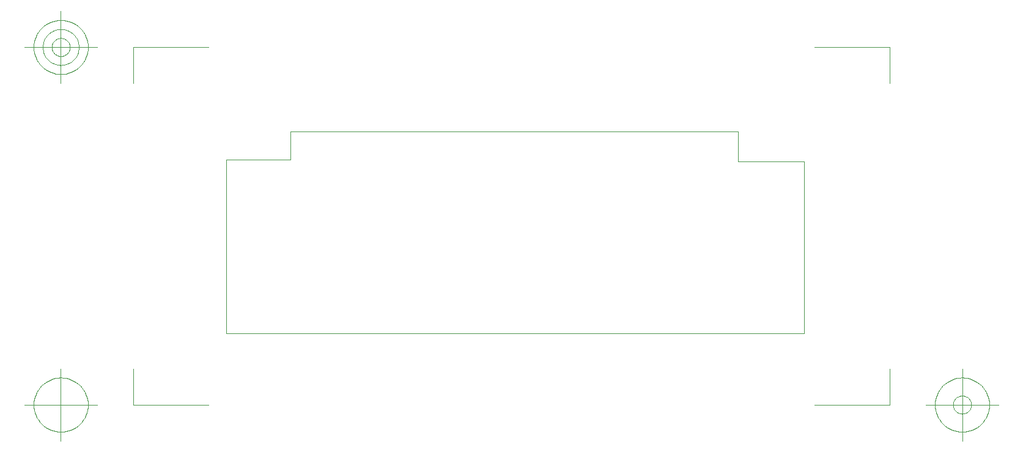
<source format=gbr>
G04 Generated by Ultiboard *
%FSLAX25Y25*%
%MOMM*%

%ADD10C,0.00100*%
%ADD11C,0.10000*%


%LNBoard Outline*%
%LPD*%
%FSLAX25Y25*%
%MOMM*%
G54D10*
X4800000Y0D02*
X0Y0D01*
X0Y2380000D02*
X0Y10000D01*
X0Y0D02*
X0Y10000D01*
X810000Y2400000D02*
X0Y2400000D01*
X0Y2380000D02*
X0Y2400000D01*
X7900000Y0D02*
X4800000Y0D01*
X7980000Y0D02*
X7900000Y0D01*
X7980000Y0D02*
X8000000Y0D01*
X8000000Y2380000D02*
X8000000Y0D01*
X3990000Y2790000D02*
X7090000Y2790000D01*
X890000Y2790000D02*
X3990000Y2790000D01*
X810000Y2400000D02*
X890000Y2400000D01*
X890000Y2790000D02*
X890000Y2400000D01*
X7980000Y2380000D02*
X8000000Y2380000D01*
X7090000Y2380000D02*
X7900000Y2380000D01*
X7090000Y2790000D02*
X7090000Y2380000D01*
X7980000Y2380000D02*
X7900000Y2380000D01*
G54D11*
X-1290000Y-990000D02*
X-1290000Y-495000D01*
X-1290000Y-990000D02*
X-242000Y-990000D01*
X9190000Y-990000D02*
X8142000Y-990000D01*
X9190000Y-990000D02*
X9190000Y-495000D01*
X9190000Y3960000D02*
X9190000Y3465000D01*
X9190000Y3960000D02*
X8142000Y3960000D01*
X-1290000Y3960000D02*
X-242000Y3960000D01*
X-1290000Y3960000D02*
X-1290000Y3465000D01*
X-1790000Y-990000D02*
X-2790000Y-990000D01*
X-2290000Y-1490000D02*
X-2290000Y-490000D01*
X-1915000Y-990000D02*
X-1916806Y-953244D01*
X-1916806Y-953244D02*
X-1922206Y-916841D01*
X-1922206Y-916841D02*
X-1931147Y-881143D01*
X-1931147Y-881143D02*
X-1943545Y-846494D01*
X-1943545Y-846494D02*
X-1959280Y-813226D01*
X-1959280Y-813226D02*
X-1978199Y-781661D01*
X-1978199Y-781661D02*
X-2000121Y-752103D01*
X-2000121Y-752103D02*
X-2024835Y-724835D01*
X-2024835Y-724835D02*
X-2052103Y-700121D01*
X-2052103Y-700121D02*
X-2081661Y-678199D01*
X-2081661Y-678199D02*
X-2113226Y-659280D01*
X-2113226Y-659280D02*
X-2146494Y-643545D01*
X-2146494Y-643545D02*
X-2181143Y-631147D01*
X-2181143Y-631147D02*
X-2216841Y-622206D01*
X-2216841Y-622206D02*
X-2253244Y-616806D01*
X-2253244Y-616806D02*
X-2290000Y-615000D01*
X-2290000Y-615000D02*
X-2326756Y-616806D01*
X-2326756Y-616806D02*
X-2363159Y-622206D01*
X-2363159Y-622206D02*
X-2398857Y-631147D01*
X-2398857Y-631147D02*
X-2433506Y-643545D01*
X-2433506Y-643545D02*
X-2466774Y-659280D01*
X-2466774Y-659280D02*
X-2498339Y-678199D01*
X-2498339Y-678199D02*
X-2527897Y-700121D01*
X-2527897Y-700121D02*
X-2555165Y-724835D01*
X-2555165Y-724835D02*
X-2579879Y-752103D01*
X-2579879Y-752103D02*
X-2601801Y-781661D01*
X-2601801Y-781661D02*
X-2620720Y-813226D01*
X-2620720Y-813226D02*
X-2636455Y-846494D01*
X-2636455Y-846494D02*
X-2648853Y-881143D01*
X-2648853Y-881143D02*
X-2657794Y-916841D01*
X-2657794Y-916841D02*
X-2663194Y-953244D01*
X-2663194Y-953244D02*
X-2665000Y-990000D01*
X-2665000Y-990000D02*
X-2663194Y-1026756D01*
X-2663194Y-1026756D02*
X-2657794Y-1063159D01*
X-2657794Y-1063159D02*
X-2648853Y-1098857D01*
X-2648853Y-1098857D02*
X-2636455Y-1133506D01*
X-2636455Y-1133506D02*
X-2620720Y-1166774D01*
X-2620720Y-1166774D02*
X-2601801Y-1198339D01*
X-2601801Y-1198339D02*
X-2579879Y-1227897D01*
X-2579879Y-1227897D02*
X-2555165Y-1255165D01*
X-2555165Y-1255165D02*
X-2527897Y-1279879D01*
X-2527897Y-1279879D02*
X-2498339Y-1301801D01*
X-2498339Y-1301801D02*
X-2466774Y-1320720D01*
X-2466774Y-1320720D02*
X-2433506Y-1336455D01*
X-2433506Y-1336455D02*
X-2398857Y-1348853D01*
X-2398857Y-1348853D02*
X-2363159Y-1357794D01*
X-2363159Y-1357794D02*
X-2326756Y-1363194D01*
X-2326756Y-1363194D02*
X-2290000Y-1365000D01*
X-2290000Y-1365000D02*
X-2253244Y-1363194D01*
X-2253244Y-1363194D02*
X-2216841Y-1357794D01*
X-2216841Y-1357794D02*
X-2181143Y-1348853D01*
X-2181143Y-1348853D02*
X-2146494Y-1336455D01*
X-2146494Y-1336455D02*
X-2113226Y-1320720D01*
X-2113226Y-1320720D02*
X-2081661Y-1301801D01*
X-2081661Y-1301801D02*
X-2052103Y-1279879D01*
X-2052103Y-1279879D02*
X-2024835Y-1255165D01*
X-2024835Y-1255165D02*
X-2000121Y-1227897D01*
X-2000121Y-1227897D02*
X-1978199Y-1198339D01*
X-1978199Y-1198339D02*
X-1959280Y-1166774D01*
X-1959280Y-1166774D02*
X-1943545Y-1133506D01*
X-1943545Y-1133506D02*
X-1931147Y-1098857D01*
X-1931147Y-1098857D02*
X-1922206Y-1063159D01*
X-1922206Y-1063159D02*
X-1916806Y-1026756D01*
X-1916806Y-1026756D02*
X-1915000Y-990000D01*
X9690000Y-990000D02*
X10690000Y-990000D01*
X10190000Y-1490000D02*
X10190000Y-490000D01*
X10565000Y-990000D02*
X10563194Y-953244D01*
X10563194Y-953244D02*
X10557795Y-916841D01*
X10557795Y-916841D02*
X10548853Y-881143D01*
X10548853Y-881143D02*
X10536455Y-846494D01*
X10536455Y-846494D02*
X10520721Y-813226D01*
X10520721Y-813226D02*
X10501801Y-781661D01*
X10501801Y-781661D02*
X10479879Y-752103D01*
X10479879Y-752103D02*
X10455165Y-724835D01*
X10455165Y-724835D02*
X10427898Y-700121D01*
X10427898Y-700121D02*
X10398339Y-678199D01*
X10398339Y-678199D02*
X10366774Y-659280D01*
X10366774Y-659280D02*
X10333506Y-643545D01*
X10333506Y-643545D02*
X10298857Y-631147D01*
X10298857Y-631147D02*
X10263159Y-622206D01*
X10263159Y-622206D02*
X10226757Y-616806D01*
X10226757Y-616806D02*
X10190000Y-615000D01*
X10190000Y-615000D02*
X10153244Y-616806D01*
X10153244Y-616806D02*
X10116841Y-622206D01*
X10116841Y-622206D02*
X10081143Y-631147D01*
X10081143Y-631147D02*
X10046494Y-643545D01*
X10046494Y-643545D02*
X10013226Y-659280D01*
X10013226Y-659280D02*
X9981661Y-678199D01*
X9981661Y-678199D02*
X9952103Y-700121D01*
X9952103Y-700121D02*
X9924835Y-724835D01*
X9924835Y-724835D02*
X9900121Y-752103D01*
X9900121Y-752103D02*
X9878199Y-781661D01*
X9878199Y-781661D02*
X9859280Y-813226D01*
X9859280Y-813226D02*
X9843545Y-846494D01*
X9843545Y-846494D02*
X9831148Y-881143D01*
X9831148Y-881143D02*
X9822206Y-916841D01*
X9822206Y-916841D02*
X9816806Y-953244D01*
X9816806Y-953244D02*
X9815000Y-990000D01*
X9815000Y-990000D02*
X9816806Y-1026756D01*
X9816806Y-1026756D02*
X9822206Y-1063159D01*
X9822206Y-1063159D02*
X9831148Y-1098857D01*
X9831148Y-1098857D02*
X9843545Y-1133506D01*
X9843545Y-1133506D02*
X9859280Y-1166774D01*
X9859280Y-1166774D02*
X9878199Y-1198339D01*
X9878199Y-1198339D02*
X9900121Y-1227897D01*
X9900121Y-1227897D02*
X9924835Y-1255165D01*
X9924835Y-1255165D02*
X9952103Y-1279879D01*
X9952103Y-1279879D02*
X9981661Y-1301801D01*
X9981661Y-1301801D02*
X10013226Y-1320720D01*
X10013226Y-1320720D02*
X10046494Y-1336455D01*
X10046494Y-1336455D02*
X10081143Y-1348853D01*
X10081143Y-1348853D02*
X10116841Y-1357794D01*
X10116841Y-1357794D02*
X10153244Y-1363194D01*
X10153244Y-1363194D02*
X10190000Y-1365000D01*
X10190000Y-1365000D02*
X10226757Y-1363194D01*
X10226757Y-1363194D02*
X10263159Y-1357794D01*
X10263159Y-1357794D02*
X10298857Y-1348853D01*
X10298857Y-1348853D02*
X10333506Y-1336455D01*
X10333506Y-1336455D02*
X10366774Y-1320720D01*
X10366774Y-1320720D02*
X10398339Y-1301801D01*
X10398339Y-1301801D02*
X10427898Y-1279879D01*
X10427898Y-1279879D02*
X10455165Y-1255165D01*
X10455165Y-1255165D02*
X10479879Y-1227897D01*
X10479879Y-1227897D02*
X10501801Y-1198339D01*
X10501801Y-1198339D02*
X10520721Y-1166774D01*
X10520721Y-1166774D02*
X10536455Y-1133506D01*
X10536455Y-1133506D02*
X10548853Y-1098857D01*
X10548853Y-1098857D02*
X10557795Y-1063159D01*
X10557795Y-1063159D02*
X10563194Y-1026756D01*
X10563194Y-1026756D02*
X10565000Y-990000D01*
X10315000Y-990000D02*
X10314398Y-977748D01*
X10314398Y-977748D02*
X10312598Y-965614D01*
X10312598Y-965614D02*
X10309618Y-953715D01*
X10309618Y-953715D02*
X10305485Y-942165D01*
X10305485Y-942165D02*
X10300240Y-931076D01*
X10300240Y-931076D02*
X10293934Y-920554D01*
X10293934Y-920554D02*
X10286626Y-910701D01*
X10286626Y-910701D02*
X10278388Y-901612D01*
X10278388Y-901612D02*
X10269299Y-893374D01*
X10269299Y-893374D02*
X10259446Y-886066D01*
X10259446Y-886066D02*
X10248925Y-879760D01*
X10248925Y-879760D02*
X10237836Y-874515D01*
X10237836Y-874515D02*
X10226286Y-870383D01*
X10226286Y-870383D02*
X10214386Y-867402D01*
X10214386Y-867402D02*
X10202252Y-865602D01*
X10202252Y-865602D02*
X10190000Y-865000D01*
X10190000Y-865000D02*
X10177748Y-865602D01*
X10177748Y-865602D02*
X10165614Y-867402D01*
X10165614Y-867402D02*
X10153715Y-870383D01*
X10153715Y-870383D02*
X10142165Y-874515D01*
X10142165Y-874515D02*
X10131076Y-879760D01*
X10131076Y-879760D02*
X10120554Y-886066D01*
X10120554Y-886066D02*
X10110701Y-893374D01*
X10110701Y-893374D02*
X10101612Y-901612D01*
X10101612Y-901612D02*
X10093374Y-910701D01*
X10093374Y-910701D02*
X10086066Y-920554D01*
X10086066Y-920554D02*
X10079760Y-931076D01*
X10079760Y-931076D02*
X10074515Y-942165D01*
X10074515Y-942165D02*
X10070383Y-953715D01*
X10070383Y-953715D02*
X10067402Y-965614D01*
X10067402Y-965614D02*
X10065602Y-977748D01*
X10065602Y-977748D02*
X10065000Y-990000D01*
X10065000Y-990000D02*
X10065602Y-1002252D01*
X10065602Y-1002252D02*
X10067402Y-1014386D01*
X10067402Y-1014386D02*
X10070383Y-1026286D01*
X10070383Y-1026286D02*
X10074515Y-1037835D01*
X10074515Y-1037835D02*
X10079760Y-1048925D01*
X10079760Y-1048925D02*
X10086066Y-1059446D01*
X10086066Y-1059446D02*
X10093374Y-1069299D01*
X10093374Y-1069299D02*
X10101612Y-1078388D01*
X10101612Y-1078388D02*
X10110701Y-1086626D01*
X10110701Y-1086626D02*
X10120554Y-1093934D01*
X10120554Y-1093934D02*
X10131076Y-1100240D01*
X10131076Y-1100240D02*
X10142165Y-1105485D01*
X10142165Y-1105485D02*
X10153715Y-1109618D01*
X10153715Y-1109618D02*
X10165614Y-1112598D01*
X10165614Y-1112598D02*
X10177748Y-1114398D01*
X10177748Y-1114398D02*
X10190000Y-1115000D01*
X10190000Y-1115000D02*
X10202252Y-1114398D01*
X10202252Y-1114398D02*
X10214386Y-1112598D01*
X10214386Y-1112598D02*
X10226286Y-1109618D01*
X10226286Y-1109618D02*
X10237836Y-1105485D01*
X10237836Y-1105485D02*
X10248925Y-1100240D01*
X10248925Y-1100240D02*
X10259446Y-1093934D01*
X10259446Y-1093934D02*
X10269299Y-1086626D01*
X10269299Y-1086626D02*
X10278388Y-1078388D01*
X10278388Y-1078388D02*
X10286626Y-1069299D01*
X10286626Y-1069299D02*
X10293934Y-1059446D01*
X10293934Y-1059446D02*
X10300240Y-1048925D01*
X10300240Y-1048925D02*
X10305485Y-1037835D01*
X10305485Y-1037835D02*
X10309618Y-1026286D01*
X10309618Y-1026286D02*
X10312598Y-1014386D01*
X10312598Y-1014386D02*
X10314398Y-1002252D01*
X10314398Y-1002252D02*
X10315000Y-990000D01*
X-1790000Y3960000D02*
X-2790000Y3960000D01*
X-2290000Y3460000D02*
X-2290000Y4460000D01*
X-1915000Y3960000D02*
X-1916806Y3996757D01*
X-1916806Y3996757D02*
X-1922206Y4033159D01*
X-1922206Y4033159D02*
X-1931147Y4068857D01*
X-1931147Y4068857D02*
X-1943545Y4103506D01*
X-1943545Y4103506D02*
X-1959280Y4136774D01*
X-1959280Y4136774D02*
X-1978199Y4168339D01*
X-1978199Y4168339D02*
X-2000121Y4197898D01*
X-2000121Y4197898D02*
X-2024835Y4225165D01*
X-2024835Y4225165D02*
X-2052103Y4249879D01*
X-2052103Y4249879D02*
X-2081661Y4271801D01*
X-2081661Y4271801D02*
X-2113226Y4290721D01*
X-2113226Y4290721D02*
X-2146494Y4306455D01*
X-2146494Y4306455D02*
X-2181143Y4318853D01*
X-2181143Y4318853D02*
X-2216841Y4327795D01*
X-2216841Y4327795D02*
X-2253244Y4333194D01*
X-2253244Y4333194D02*
X-2290000Y4335000D01*
X-2290000Y4335000D02*
X-2326756Y4333194D01*
X-2326756Y4333194D02*
X-2363159Y4327795D01*
X-2363159Y4327795D02*
X-2398857Y4318853D01*
X-2398857Y4318853D02*
X-2433506Y4306455D01*
X-2433506Y4306455D02*
X-2466774Y4290721D01*
X-2466774Y4290721D02*
X-2498339Y4271801D01*
X-2498339Y4271801D02*
X-2527897Y4249879D01*
X-2527897Y4249879D02*
X-2555165Y4225165D01*
X-2555165Y4225165D02*
X-2579879Y4197898D01*
X-2579879Y4197898D02*
X-2601801Y4168339D01*
X-2601801Y4168339D02*
X-2620720Y4136774D01*
X-2620720Y4136774D02*
X-2636455Y4103506D01*
X-2636455Y4103506D02*
X-2648853Y4068857D01*
X-2648853Y4068857D02*
X-2657794Y4033159D01*
X-2657794Y4033159D02*
X-2663194Y3996757D01*
X-2663194Y3996757D02*
X-2665000Y3960000D01*
X-2665000Y3960000D02*
X-2663194Y3923244D01*
X-2663194Y3923244D02*
X-2657794Y3886841D01*
X-2657794Y3886841D02*
X-2648853Y3851143D01*
X-2648853Y3851143D02*
X-2636455Y3816494D01*
X-2636455Y3816494D02*
X-2620720Y3783226D01*
X-2620720Y3783226D02*
X-2601801Y3751661D01*
X-2601801Y3751661D02*
X-2579879Y3722103D01*
X-2579879Y3722103D02*
X-2555165Y3694835D01*
X-2555165Y3694835D02*
X-2527897Y3670121D01*
X-2527897Y3670121D02*
X-2498339Y3648199D01*
X-2498339Y3648199D02*
X-2466774Y3629280D01*
X-2466774Y3629280D02*
X-2433506Y3613545D01*
X-2433506Y3613545D02*
X-2398857Y3601148D01*
X-2398857Y3601148D02*
X-2363159Y3592206D01*
X-2363159Y3592206D02*
X-2326756Y3586806D01*
X-2326756Y3586806D02*
X-2290000Y3585000D01*
X-2290000Y3585000D02*
X-2253244Y3586806D01*
X-2253244Y3586806D02*
X-2216841Y3592206D01*
X-2216841Y3592206D02*
X-2181143Y3601148D01*
X-2181143Y3601148D02*
X-2146494Y3613545D01*
X-2146494Y3613545D02*
X-2113226Y3629280D01*
X-2113226Y3629280D02*
X-2081661Y3648199D01*
X-2081661Y3648199D02*
X-2052103Y3670121D01*
X-2052103Y3670121D02*
X-2024835Y3694835D01*
X-2024835Y3694835D02*
X-2000121Y3722103D01*
X-2000121Y3722103D02*
X-1978199Y3751661D01*
X-1978199Y3751661D02*
X-1959280Y3783226D01*
X-1959280Y3783226D02*
X-1943545Y3816494D01*
X-1943545Y3816494D02*
X-1931147Y3851143D01*
X-1931147Y3851143D02*
X-1922206Y3886841D01*
X-1922206Y3886841D02*
X-1916806Y3923244D01*
X-1916806Y3923244D02*
X-1915000Y3960000D01*
X-2040000Y3960000D02*
X-2041204Y3984504D01*
X-2041204Y3984504D02*
X-2044804Y4008773D01*
X-2044804Y4008773D02*
X-2050765Y4032571D01*
X-2050765Y4032571D02*
X-2059030Y4055671D01*
X-2059030Y4055671D02*
X-2069520Y4077849D01*
X-2069520Y4077849D02*
X-2082133Y4098893D01*
X-2082133Y4098893D02*
X-2096747Y4118598D01*
X-2096747Y4118598D02*
X-2113223Y4136777D01*
X-2113223Y4136777D02*
X-2131402Y4153253D01*
X-2131402Y4153253D02*
X-2151107Y4167868D01*
X-2151107Y4167868D02*
X-2172151Y4180480D01*
X-2172151Y4180480D02*
X-2194329Y4190970D01*
X-2194329Y4190970D02*
X-2217429Y4199235D01*
X-2217429Y4199235D02*
X-2241227Y4205196D01*
X-2241227Y4205196D02*
X-2265496Y4208796D01*
X-2265496Y4208796D02*
X-2290000Y4210000D01*
X-2290000Y4210000D02*
X-2314504Y4208796D01*
X-2314504Y4208796D02*
X-2338772Y4205196D01*
X-2338772Y4205196D02*
X-2362571Y4199235D01*
X-2362571Y4199235D02*
X-2385671Y4190970D01*
X-2385671Y4190970D02*
X-2407849Y4180480D01*
X-2407849Y4180480D02*
X-2428892Y4167868D01*
X-2428892Y4167868D02*
X-2448598Y4153253D01*
X-2448598Y4153253D02*
X-2466777Y4136777D01*
X-2466777Y4136777D02*
X-2483253Y4118598D01*
X-2483253Y4118598D02*
X-2497867Y4098893D01*
X-2497867Y4098893D02*
X-2510480Y4077849D01*
X-2510480Y4077849D02*
X-2520970Y4055671D01*
X-2520970Y4055671D02*
X-2529235Y4032571D01*
X-2529235Y4032571D02*
X-2535196Y4008773D01*
X-2535196Y4008773D02*
X-2538796Y3984504D01*
X-2538796Y3984504D02*
X-2540000Y3960000D01*
X-2540000Y3960000D02*
X-2538796Y3935496D01*
X-2538796Y3935496D02*
X-2535196Y3911228D01*
X-2535196Y3911228D02*
X-2529235Y3887429D01*
X-2529235Y3887429D02*
X-2520970Y3864329D01*
X-2520970Y3864329D02*
X-2510480Y3842151D01*
X-2510480Y3842151D02*
X-2497867Y3821108D01*
X-2497867Y3821108D02*
X-2483253Y3801402D01*
X-2483253Y3801402D02*
X-2466777Y3783223D01*
X-2466777Y3783223D02*
X-2448598Y3766748D01*
X-2448598Y3766748D02*
X-2428892Y3752133D01*
X-2428892Y3752133D02*
X-2407849Y3739520D01*
X-2407849Y3739520D02*
X-2385671Y3729030D01*
X-2385671Y3729030D02*
X-2362571Y3720765D01*
X-2362571Y3720765D02*
X-2338772Y3714804D01*
X-2338772Y3714804D02*
X-2314504Y3711204D01*
X-2314504Y3711204D02*
X-2290000Y3710000D01*
X-2290000Y3710000D02*
X-2265496Y3711204D01*
X-2265496Y3711204D02*
X-2241227Y3714804D01*
X-2241227Y3714804D02*
X-2217429Y3720765D01*
X-2217429Y3720765D02*
X-2194329Y3729030D01*
X-2194329Y3729030D02*
X-2172151Y3739520D01*
X-2172151Y3739520D02*
X-2151107Y3752133D01*
X-2151107Y3752133D02*
X-2131402Y3766748D01*
X-2131402Y3766748D02*
X-2113223Y3783223D01*
X-2113223Y3783223D02*
X-2096747Y3801402D01*
X-2096747Y3801402D02*
X-2082133Y3821108D01*
X-2082133Y3821108D02*
X-2069520Y3842151D01*
X-2069520Y3842151D02*
X-2059030Y3864329D01*
X-2059030Y3864329D02*
X-2050765Y3887429D01*
X-2050765Y3887429D02*
X-2044804Y3911228D01*
X-2044804Y3911228D02*
X-2041204Y3935496D01*
X-2041204Y3935496D02*
X-2040000Y3960000D01*
X-2165000Y3960000D02*
X-2165602Y3972252D01*
X-2165602Y3972252D02*
X-2167402Y3984386D01*
X-2167402Y3984386D02*
X-2170382Y3996286D01*
X-2170382Y3996286D02*
X-2174515Y4007836D01*
X-2174515Y4007836D02*
X-2179760Y4018925D01*
X-2179760Y4018925D02*
X-2186066Y4029446D01*
X-2186066Y4029446D02*
X-2193374Y4039299D01*
X-2193374Y4039299D02*
X-2201612Y4048388D01*
X-2201612Y4048388D02*
X-2210701Y4056626D01*
X-2210701Y4056626D02*
X-2220554Y4063934D01*
X-2220554Y4063934D02*
X-2231075Y4070240D01*
X-2231075Y4070240D02*
X-2242165Y4075485D01*
X-2242165Y4075485D02*
X-2253714Y4079618D01*
X-2253714Y4079618D02*
X-2265614Y4082598D01*
X-2265614Y4082598D02*
X-2277748Y4084398D01*
X-2277748Y4084398D02*
X-2290000Y4085000D01*
X-2290000Y4085000D02*
X-2302252Y4084398D01*
X-2302252Y4084398D02*
X-2314386Y4082598D01*
X-2314386Y4082598D02*
X-2326285Y4079618D01*
X-2326285Y4079618D02*
X-2337835Y4075485D01*
X-2337835Y4075485D02*
X-2348924Y4070240D01*
X-2348924Y4070240D02*
X-2359446Y4063934D01*
X-2359446Y4063934D02*
X-2369299Y4056626D01*
X-2369299Y4056626D02*
X-2378388Y4048388D01*
X-2378388Y4048388D02*
X-2386626Y4039299D01*
X-2386626Y4039299D02*
X-2393934Y4029446D01*
X-2393934Y4029446D02*
X-2400240Y4018925D01*
X-2400240Y4018925D02*
X-2405485Y4007836D01*
X-2405485Y4007836D02*
X-2409617Y3996286D01*
X-2409617Y3996286D02*
X-2412598Y3984386D01*
X-2412598Y3984386D02*
X-2414398Y3972252D01*
X-2414398Y3972252D02*
X-2415000Y3960000D01*
X-2415000Y3960000D02*
X-2414398Y3947748D01*
X-2414398Y3947748D02*
X-2412598Y3935614D01*
X-2412598Y3935614D02*
X-2409617Y3923715D01*
X-2409617Y3923715D02*
X-2405485Y3912165D01*
X-2405485Y3912165D02*
X-2400240Y3901076D01*
X-2400240Y3901076D02*
X-2393934Y3890554D01*
X-2393934Y3890554D02*
X-2386626Y3880701D01*
X-2386626Y3880701D02*
X-2378388Y3871612D01*
X-2378388Y3871612D02*
X-2369299Y3863374D01*
X-2369299Y3863374D02*
X-2359446Y3856066D01*
X-2359446Y3856066D02*
X-2348924Y3849760D01*
X-2348924Y3849760D02*
X-2337835Y3844515D01*
X-2337835Y3844515D02*
X-2326285Y3840383D01*
X-2326285Y3840383D02*
X-2314386Y3837402D01*
X-2314386Y3837402D02*
X-2302252Y3835602D01*
X-2302252Y3835602D02*
X-2290000Y3835000D01*
X-2290000Y3835000D02*
X-2277748Y3835602D01*
X-2277748Y3835602D02*
X-2265614Y3837402D01*
X-2265614Y3837402D02*
X-2253714Y3840383D01*
X-2253714Y3840383D02*
X-2242165Y3844515D01*
X-2242165Y3844515D02*
X-2231075Y3849760D01*
X-2231075Y3849760D02*
X-2220554Y3856066D01*
X-2220554Y3856066D02*
X-2210701Y3863374D01*
X-2210701Y3863374D02*
X-2201612Y3871612D01*
X-2201612Y3871612D02*
X-2193374Y3880701D01*
X-2193374Y3880701D02*
X-2186066Y3890554D01*
X-2186066Y3890554D02*
X-2179760Y3901076D01*
X-2179760Y3901076D02*
X-2174515Y3912165D01*
X-2174515Y3912165D02*
X-2170382Y3923715D01*
X-2170382Y3923715D02*
X-2167402Y3935614D01*
X-2167402Y3935614D02*
X-2165602Y3947748D01*
X-2165602Y3947748D02*
X-2165000Y3960000D01*

M00*

</source>
